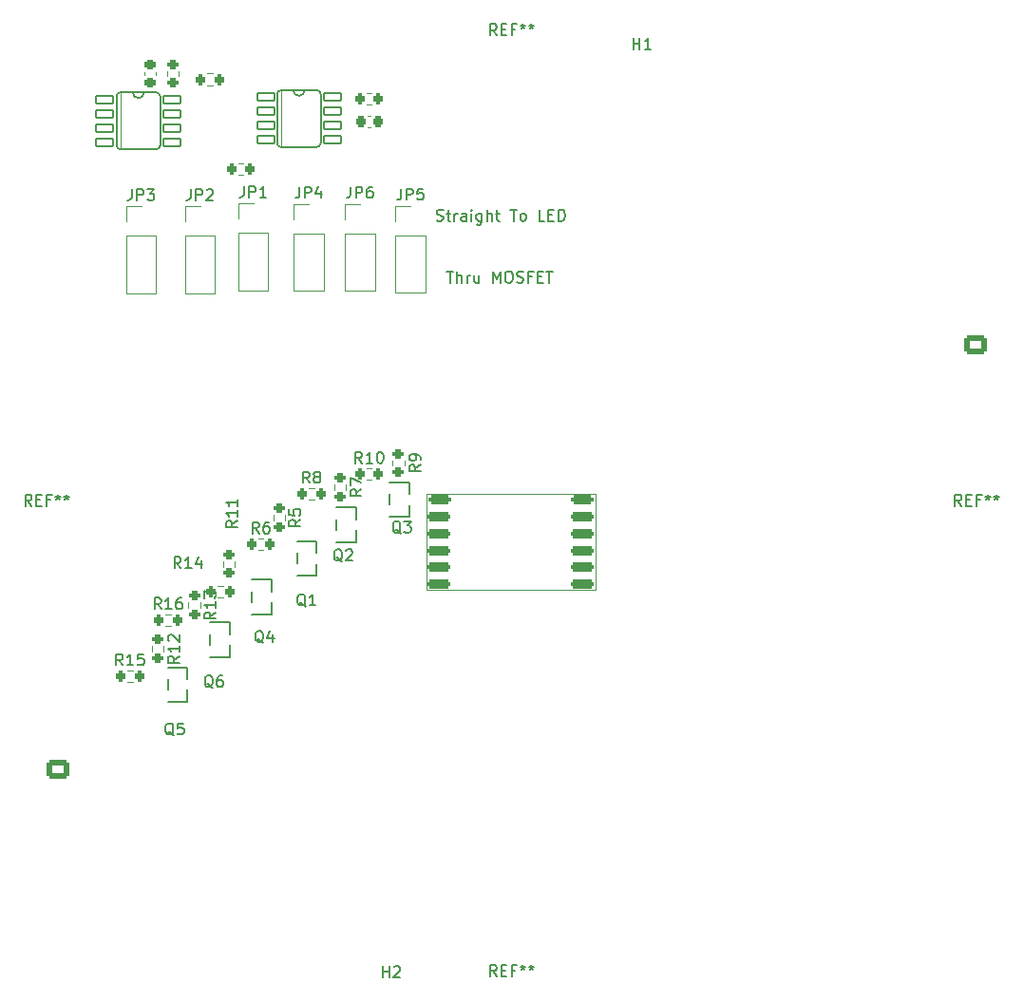
<source format=gbr>
%TF.GenerationSoftware,KiCad,Pcbnew,8.0.1-rc1*%
%TF.CreationDate,2024-03-31T01:12:23-05:00*%
%TF.ProjectId,dome_rgbwauv_pcb,646f6d65-5f72-4676-9277-6175765f7063,rev?*%
%TF.SameCoordinates,Original*%
%TF.FileFunction,Legend,Top*%
%TF.FilePolarity,Positive*%
%FSLAX46Y46*%
G04 Gerber Fmt 4.6, Leading zero omitted, Abs format (unit mm)*
G04 Created by KiCad (PCBNEW 8.0.1-rc1) date 2024-03-31 01:12:23*
%MOMM*%
%LPD*%
G01*
G04 APERTURE LIST*
G04 Aperture macros list*
%AMRoundRect*
0 Rectangle with rounded corners*
0 $1 Rounding radius*
0 $2 $3 $4 $5 $6 $7 $8 $9 X,Y pos of 4 corners*
0 Add a 4 corners polygon primitive as box body*
4,1,4,$2,$3,$4,$5,$6,$7,$8,$9,$2,$3,0*
0 Add four circle primitives for the rounded corners*
1,1,$1+$1,$2,$3*
1,1,$1+$1,$4,$5*
1,1,$1+$1,$6,$7*
1,1,$1+$1,$8,$9*
0 Add four rect primitives between the rounded corners*
20,1,$1+$1,$2,$3,$4,$5,0*
20,1,$1+$1,$4,$5,$6,$7,0*
20,1,$1+$1,$6,$7,$8,$9,0*
20,1,$1+$1,$8,$9,$2,$3,0*%
G04 Aperture macros list end*
%ADD10C,0.150000*%
%ADD11C,0.120000*%
%ADD12C,0.152400*%
%ADD13C,0.050800*%
%ADD14RoundRect,0.200000X-0.200000X-0.275000X0.200000X-0.275000X0.200000X0.275000X-0.200000X0.275000X0*%
%ADD15RoundRect,0.200000X-0.275000X0.200000X-0.275000X-0.200000X0.275000X-0.200000X0.275000X0.200000X0*%
%ADD16RoundRect,0.200000X-0.800000X-0.200000X0.800000X-0.200000X0.800000X0.200000X-0.800000X0.200000X0*%
%ADD17RoundRect,0.200000X-0.812500X-0.200000X0.812500X-0.200000X0.812500X0.200000X-0.812500X0.200000X0*%
%ADD18R,1.700000X1.700000*%
%ADD19O,1.700000X1.700000*%
%ADD20RoundRect,0.225000X0.250000X-0.225000X0.250000X0.225000X-0.250000X0.225000X-0.250000X-0.225000X0*%
%ADD21R,1.070000X0.600000*%
%ADD22RoundRect,0.102000X-0.762000X0.330200X-0.762000X-0.330200X0.762000X-0.330200X0.762000X0.330200X0*%
%ADD23C,3.200000*%
%ADD24RoundRect,0.200000X0.200000X0.275000X-0.200000X0.275000X-0.200000X-0.275000X0.200000X-0.275000X0*%
%ADD25C,2.200000*%
%ADD26RoundRect,0.225000X-0.225000X-0.250000X0.225000X-0.250000X0.225000X0.250000X-0.225000X0.250000X0*%
%ADD27RoundRect,0.250000X-0.725000X0.600000X-0.725000X-0.600000X0.725000X-0.600000X0.725000X0.600000X0*%
%ADD28O,1.950000X1.700000*%
%ADD29RoundRect,0.250000X0.725000X-0.600000X0.725000X0.600000X-0.725000X0.600000X-0.725000X-0.600000X0*%
G04 APERTURE END LIST*
D10*
X128443922Y-70369819D02*
X129015350Y-70369819D01*
X128729636Y-71369819D02*
X128729636Y-70369819D01*
X129348684Y-71369819D02*
X129348684Y-70369819D01*
X129777255Y-71369819D02*
X129777255Y-70846009D01*
X129777255Y-70846009D02*
X129729636Y-70750771D01*
X129729636Y-70750771D02*
X129634398Y-70703152D01*
X129634398Y-70703152D02*
X129491541Y-70703152D01*
X129491541Y-70703152D02*
X129396303Y-70750771D01*
X129396303Y-70750771D02*
X129348684Y-70798390D01*
X130253446Y-71369819D02*
X130253446Y-70703152D01*
X130253446Y-70893628D02*
X130301065Y-70798390D01*
X130301065Y-70798390D02*
X130348684Y-70750771D01*
X130348684Y-70750771D02*
X130443922Y-70703152D01*
X130443922Y-70703152D02*
X130539160Y-70703152D01*
X131301065Y-70703152D02*
X131301065Y-71369819D01*
X130872494Y-70703152D02*
X130872494Y-71226961D01*
X130872494Y-71226961D02*
X130920113Y-71322200D01*
X130920113Y-71322200D02*
X131015351Y-71369819D01*
X131015351Y-71369819D02*
X131158208Y-71369819D01*
X131158208Y-71369819D02*
X131253446Y-71322200D01*
X131253446Y-71322200D02*
X131301065Y-71274580D01*
X132539161Y-71369819D02*
X132539161Y-70369819D01*
X132539161Y-70369819D02*
X132872494Y-71084104D01*
X132872494Y-71084104D02*
X133205827Y-70369819D01*
X133205827Y-70369819D02*
X133205827Y-71369819D01*
X133872494Y-70369819D02*
X134062970Y-70369819D01*
X134062970Y-70369819D02*
X134158208Y-70417438D01*
X134158208Y-70417438D02*
X134253446Y-70512676D01*
X134253446Y-70512676D02*
X134301065Y-70703152D01*
X134301065Y-70703152D02*
X134301065Y-71036485D01*
X134301065Y-71036485D02*
X134253446Y-71226961D01*
X134253446Y-71226961D02*
X134158208Y-71322200D01*
X134158208Y-71322200D02*
X134062970Y-71369819D01*
X134062970Y-71369819D02*
X133872494Y-71369819D01*
X133872494Y-71369819D02*
X133777256Y-71322200D01*
X133777256Y-71322200D02*
X133682018Y-71226961D01*
X133682018Y-71226961D02*
X133634399Y-71036485D01*
X133634399Y-71036485D02*
X133634399Y-70703152D01*
X133634399Y-70703152D02*
X133682018Y-70512676D01*
X133682018Y-70512676D02*
X133777256Y-70417438D01*
X133777256Y-70417438D02*
X133872494Y-70369819D01*
X134682018Y-71322200D02*
X134824875Y-71369819D01*
X134824875Y-71369819D02*
X135062970Y-71369819D01*
X135062970Y-71369819D02*
X135158208Y-71322200D01*
X135158208Y-71322200D02*
X135205827Y-71274580D01*
X135205827Y-71274580D02*
X135253446Y-71179342D01*
X135253446Y-71179342D02*
X135253446Y-71084104D01*
X135253446Y-71084104D02*
X135205827Y-70988866D01*
X135205827Y-70988866D02*
X135158208Y-70941247D01*
X135158208Y-70941247D02*
X135062970Y-70893628D01*
X135062970Y-70893628D02*
X134872494Y-70846009D01*
X134872494Y-70846009D02*
X134777256Y-70798390D01*
X134777256Y-70798390D02*
X134729637Y-70750771D01*
X134729637Y-70750771D02*
X134682018Y-70655533D01*
X134682018Y-70655533D02*
X134682018Y-70560295D01*
X134682018Y-70560295D02*
X134729637Y-70465057D01*
X134729637Y-70465057D02*
X134777256Y-70417438D01*
X134777256Y-70417438D02*
X134872494Y-70369819D01*
X134872494Y-70369819D02*
X135110589Y-70369819D01*
X135110589Y-70369819D02*
X135253446Y-70417438D01*
X136015351Y-70846009D02*
X135682018Y-70846009D01*
X135682018Y-71369819D02*
X135682018Y-70369819D01*
X135682018Y-70369819D02*
X136158208Y-70369819D01*
X136539161Y-70846009D02*
X136872494Y-70846009D01*
X137015351Y-71369819D02*
X136539161Y-71369819D01*
X136539161Y-71369819D02*
X136539161Y-70369819D01*
X136539161Y-70369819D02*
X137015351Y-70369819D01*
X137301066Y-70369819D02*
X137872494Y-70369819D01*
X137586780Y-71369819D02*
X137586780Y-70369819D01*
X127539160Y-65822200D02*
X127682017Y-65869819D01*
X127682017Y-65869819D02*
X127920112Y-65869819D01*
X127920112Y-65869819D02*
X128015350Y-65822200D01*
X128015350Y-65822200D02*
X128062969Y-65774580D01*
X128062969Y-65774580D02*
X128110588Y-65679342D01*
X128110588Y-65679342D02*
X128110588Y-65584104D01*
X128110588Y-65584104D02*
X128062969Y-65488866D01*
X128062969Y-65488866D02*
X128015350Y-65441247D01*
X128015350Y-65441247D02*
X127920112Y-65393628D01*
X127920112Y-65393628D02*
X127729636Y-65346009D01*
X127729636Y-65346009D02*
X127634398Y-65298390D01*
X127634398Y-65298390D02*
X127586779Y-65250771D01*
X127586779Y-65250771D02*
X127539160Y-65155533D01*
X127539160Y-65155533D02*
X127539160Y-65060295D01*
X127539160Y-65060295D02*
X127586779Y-64965057D01*
X127586779Y-64965057D02*
X127634398Y-64917438D01*
X127634398Y-64917438D02*
X127729636Y-64869819D01*
X127729636Y-64869819D02*
X127967731Y-64869819D01*
X127967731Y-64869819D02*
X128110588Y-64917438D01*
X128396303Y-65203152D02*
X128777255Y-65203152D01*
X128539160Y-64869819D02*
X128539160Y-65726961D01*
X128539160Y-65726961D02*
X128586779Y-65822200D01*
X128586779Y-65822200D02*
X128682017Y-65869819D01*
X128682017Y-65869819D02*
X128777255Y-65869819D01*
X129110589Y-65869819D02*
X129110589Y-65203152D01*
X129110589Y-65393628D02*
X129158208Y-65298390D01*
X129158208Y-65298390D02*
X129205827Y-65250771D01*
X129205827Y-65250771D02*
X129301065Y-65203152D01*
X129301065Y-65203152D02*
X129396303Y-65203152D01*
X130158208Y-65869819D02*
X130158208Y-65346009D01*
X130158208Y-65346009D02*
X130110589Y-65250771D01*
X130110589Y-65250771D02*
X130015351Y-65203152D01*
X130015351Y-65203152D02*
X129824875Y-65203152D01*
X129824875Y-65203152D02*
X129729637Y-65250771D01*
X130158208Y-65822200D02*
X130062970Y-65869819D01*
X130062970Y-65869819D02*
X129824875Y-65869819D01*
X129824875Y-65869819D02*
X129729637Y-65822200D01*
X129729637Y-65822200D02*
X129682018Y-65726961D01*
X129682018Y-65726961D02*
X129682018Y-65631723D01*
X129682018Y-65631723D02*
X129729637Y-65536485D01*
X129729637Y-65536485D02*
X129824875Y-65488866D01*
X129824875Y-65488866D02*
X130062970Y-65488866D01*
X130062970Y-65488866D02*
X130158208Y-65441247D01*
X130634399Y-65869819D02*
X130634399Y-65203152D01*
X130634399Y-64869819D02*
X130586780Y-64917438D01*
X130586780Y-64917438D02*
X130634399Y-64965057D01*
X130634399Y-64965057D02*
X130682018Y-64917438D01*
X130682018Y-64917438D02*
X130634399Y-64869819D01*
X130634399Y-64869819D02*
X130634399Y-64965057D01*
X131539160Y-65203152D02*
X131539160Y-66012676D01*
X131539160Y-66012676D02*
X131491541Y-66107914D01*
X131491541Y-66107914D02*
X131443922Y-66155533D01*
X131443922Y-66155533D02*
X131348684Y-66203152D01*
X131348684Y-66203152D02*
X131205827Y-66203152D01*
X131205827Y-66203152D02*
X131110589Y-66155533D01*
X131539160Y-65822200D02*
X131443922Y-65869819D01*
X131443922Y-65869819D02*
X131253446Y-65869819D01*
X131253446Y-65869819D02*
X131158208Y-65822200D01*
X131158208Y-65822200D02*
X131110589Y-65774580D01*
X131110589Y-65774580D02*
X131062970Y-65679342D01*
X131062970Y-65679342D02*
X131062970Y-65393628D01*
X131062970Y-65393628D02*
X131110589Y-65298390D01*
X131110589Y-65298390D02*
X131158208Y-65250771D01*
X131158208Y-65250771D02*
X131253446Y-65203152D01*
X131253446Y-65203152D02*
X131443922Y-65203152D01*
X131443922Y-65203152D02*
X131539160Y-65250771D01*
X132015351Y-65869819D02*
X132015351Y-64869819D01*
X132443922Y-65869819D02*
X132443922Y-65346009D01*
X132443922Y-65346009D02*
X132396303Y-65250771D01*
X132396303Y-65250771D02*
X132301065Y-65203152D01*
X132301065Y-65203152D02*
X132158208Y-65203152D01*
X132158208Y-65203152D02*
X132062970Y-65250771D01*
X132062970Y-65250771D02*
X132015351Y-65298390D01*
X132777256Y-65203152D02*
X133158208Y-65203152D01*
X132920113Y-64869819D02*
X132920113Y-65726961D01*
X132920113Y-65726961D02*
X132967732Y-65822200D01*
X132967732Y-65822200D02*
X133062970Y-65869819D01*
X133062970Y-65869819D02*
X133158208Y-65869819D01*
X134110590Y-64869819D02*
X134682018Y-64869819D01*
X134396304Y-65869819D02*
X134396304Y-64869819D01*
X135158209Y-65869819D02*
X135062971Y-65822200D01*
X135062971Y-65822200D02*
X135015352Y-65774580D01*
X135015352Y-65774580D02*
X134967733Y-65679342D01*
X134967733Y-65679342D02*
X134967733Y-65393628D01*
X134967733Y-65393628D02*
X135015352Y-65298390D01*
X135015352Y-65298390D02*
X135062971Y-65250771D01*
X135062971Y-65250771D02*
X135158209Y-65203152D01*
X135158209Y-65203152D02*
X135301066Y-65203152D01*
X135301066Y-65203152D02*
X135396304Y-65250771D01*
X135396304Y-65250771D02*
X135443923Y-65298390D01*
X135443923Y-65298390D02*
X135491542Y-65393628D01*
X135491542Y-65393628D02*
X135491542Y-65679342D01*
X135491542Y-65679342D02*
X135443923Y-65774580D01*
X135443923Y-65774580D02*
X135396304Y-65822200D01*
X135396304Y-65822200D02*
X135301066Y-65869819D01*
X135301066Y-65869819D02*
X135158209Y-65869819D01*
X137158209Y-65869819D02*
X136682019Y-65869819D01*
X136682019Y-65869819D02*
X136682019Y-64869819D01*
X137491543Y-65346009D02*
X137824876Y-65346009D01*
X137967733Y-65869819D02*
X137491543Y-65869819D01*
X137491543Y-65869819D02*
X137491543Y-64869819D01*
X137491543Y-64869819D02*
X137967733Y-64869819D01*
X138396305Y-65869819D02*
X138396305Y-64869819D01*
X138396305Y-64869819D02*
X138634400Y-64869819D01*
X138634400Y-64869819D02*
X138777257Y-64917438D01*
X138777257Y-64917438D02*
X138872495Y-65012676D01*
X138872495Y-65012676D02*
X138920114Y-65107914D01*
X138920114Y-65107914D02*
X138967733Y-65298390D01*
X138967733Y-65298390D02*
X138967733Y-65441247D01*
X138967733Y-65441247D02*
X138920114Y-65631723D01*
X138920114Y-65631723D02*
X138872495Y-65726961D01*
X138872495Y-65726961D02*
X138777257Y-65822200D01*
X138777257Y-65822200D02*
X138634400Y-65869819D01*
X138634400Y-65869819D02*
X138396305Y-65869819D01*
X99545186Y-105473478D02*
X99211853Y-104997287D01*
X98973758Y-105473478D02*
X98973758Y-104473478D01*
X98973758Y-104473478D02*
X99354710Y-104473478D01*
X99354710Y-104473478D02*
X99449948Y-104521097D01*
X99449948Y-104521097D02*
X99497567Y-104568716D01*
X99497567Y-104568716D02*
X99545186Y-104663954D01*
X99545186Y-104663954D02*
X99545186Y-104806811D01*
X99545186Y-104806811D02*
X99497567Y-104902049D01*
X99497567Y-104902049D02*
X99449948Y-104949668D01*
X99449948Y-104949668D02*
X99354710Y-104997287D01*
X99354710Y-104997287D02*
X98973758Y-104997287D01*
X100497567Y-105473478D02*
X99926139Y-105473478D01*
X100211853Y-105473478D02*
X100211853Y-104473478D01*
X100211853Y-104473478D02*
X100116615Y-104616335D01*
X100116615Y-104616335D02*
X100021377Y-104711573D01*
X100021377Y-104711573D02*
X99926139Y-104759192D01*
X101402329Y-104473478D02*
X100926139Y-104473478D01*
X100926139Y-104473478D02*
X100878520Y-104949668D01*
X100878520Y-104949668D02*
X100926139Y-104902049D01*
X100926139Y-104902049D02*
X101021377Y-104854430D01*
X101021377Y-104854430D02*
X101259472Y-104854430D01*
X101259472Y-104854430D02*
X101354710Y-104902049D01*
X101354710Y-104902049D02*
X101402329Y-104949668D01*
X101402329Y-104949668D02*
X101449948Y-105044906D01*
X101449948Y-105044906D02*
X101449948Y-105283001D01*
X101449948Y-105283001D02*
X101402329Y-105378239D01*
X101402329Y-105378239D02*
X101354710Y-105425859D01*
X101354710Y-105425859D02*
X101259472Y-105473478D01*
X101259472Y-105473478D02*
X101021377Y-105473478D01*
X101021377Y-105473478D02*
X100926139Y-105425859D01*
X100926139Y-105425859D02*
X100878520Y-105378239D01*
X120822863Y-89790325D02*
X120346672Y-90123658D01*
X120822863Y-90361753D02*
X119822863Y-90361753D01*
X119822863Y-90361753D02*
X119822863Y-89980801D01*
X119822863Y-89980801D02*
X119870482Y-89885563D01*
X119870482Y-89885563D02*
X119918101Y-89837944D01*
X119918101Y-89837944D02*
X120013339Y-89790325D01*
X120013339Y-89790325D02*
X120156196Y-89790325D01*
X120156196Y-89790325D02*
X120251434Y-89837944D01*
X120251434Y-89837944D02*
X120299053Y-89885563D01*
X120299053Y-89885563D02*
X120346672Y-89980801D01*
X120346672Y-89980801D02*
X120346672Y-90361753D01*
X119822863Y-89456991D02*
X119822863Y-88790325D01*
X119822863Y-88790325D02*
X120822863Y-89218896D01*
X115384819Y-92491666D02*
X114908628Y-92824999D01*
X115384819Y-93063094D02*
X114384819Y-93063094D01*
X114384819Y-93063094D02*
X114384819Y-92682142D01*
X114384819Y-92682142D02*
X114432438Y-92586904D01*
X114432438Y-92586904D02*
X114480057Y-92539285D01*
X114480057Y-92539285D02*
X114575295Y-92491666D01*
X114575295Y-92491666D02*
X114718152Y-92491666D01*
X114718152Y-92491666D02*
X114813390Y-92539285D01*
X114813390Y-92539285D02*
X114861009Y-92586904D01*
X114861009Y-92586904D02*
X114908628Y-92682142D01*
X114908628Y-92682142D02*
X114908628Y-93063094D01*
X114384819Y-91586904D02*
X114384819Y-92063094D01*
X114384819Y-92063094D02*
X114861009Y-92110713D01*
X114861009Y-92110713D02*
X114813390Y-92063094D01*
X114813390Y-92063094D02*
X114765771Y-91967856D01*
X114765771Y-91967856D02*
X114765771Y-91729761D01*
X114765771Y-91729761D02*
X114813390Y-91634523D01*
X114813390Y-91634523D02*
X114861009Y-91586904D01*
X114861009Y-91586904D02*
X114956247Y-91539285D01*
X114956247Y-91539285D02*
X115194342Y-91539285D01*
X115194342Y-91539285D02*
X115289580Y-91586904D01*
X115289580Y-91586904D02*
X115337200Y-91634523D01*
X115337200Y-91634523D02*
X115384819Y-91729761D01*
X115384819Y-91729761D02*
X115384819Y-91967856D01*
X115384819Y-91967856D02*
X115337200Y-92063094D01*
X115337200Y-92063094D02*
X115289580Y-92110713D01*
X110354710Y-62783478D02*
X110354710Y-63497763D01*
X110354710Y-63497763D02*
X110307091Y-63640620D01*
X110307091Y-63640620D02*
X110211853Y-63735859D01*
X110211853Y-63735859D02*
X110068996Y-63783478D01*
X110068996Y-63783478D02*
X109973758Y-63783478D01*
X110830901Y-63783478D02*
X110830901Y-62783478D01*
X110830901Y-62783478D02*
X111211853Y-62783478D01*
X111211853Y-62783478D02*
X111307091Y-62831097D01*
X111307091Y-62831097D02*
X111354710Y-62878716D01*
X111354710Y-62878716D02*
X111402329Y-62973954D01*
X111402329Y-62973954D02*
X111402329Y-63116811D01*
X111402329Y-63116811D02*
X111354710Y-63212049D01*
X111354710Y-63212049D02*
X111307091Y-63259668D01*
X111307091Y-63259668D02*
X111211853Y-63307287D01*
X111211853Y-63307287D02*
X110830901Y-63307287D01*
X112354710Y-63783478D02*
X111783282Y-63783478D01*
X112068996Y-63783478D02*
X112068996Y-62783478D01*
X112068996Y-62783478D02*
X111973758Y-62926335D01*
X111973758Y-62926335D02*
X111878520Y-63021573D01*
X111878520Y-63021573D02*
X111783282Y-63069192D01*
X107822863Y-100766516D02*
X107346672Y-101099849D01*
X107822863Y-101337944D02*
X106822863Y-101337944D01*
X106822863Y-101337944D02*
X106822863Y-100956992D01*
X106822863Y-100956992D02*
X106870482Y-100861754D01*
X106870482Y-100861754D02*
X106918101Y-100814135D01*
X106918101Y-100814135D02*
X107013339Y-100766516D01*
X107013339Y-100766516D02*
X107156196Y-100766516D01*
X107156196Y-100766516D02*
X107251434Y-100814135D01*
X107251434Y-100814135D02*
X107299053Y-100861754D01*
X107299053Y-100861754D02*
X107346672Y-100956992D01*
X107346672Y-100956992D02*
X107346672Y-101337944D01*
X107822863Y-99814135D02*
X107822863Y-100385563D01*
X107822863Y-100099849D02*
X106822863Y-100099849D01*
X106822863Y-100099849D02*
X106965720Y-100195087D01*
X106965720Y-100195087D02*
X107060958Y-100290325D01*
X107060958Y-100290325D02*
X107108577Y-100385563D01*
X106822863Y-99480801D02*
X106822863Y-98861754D01*
X106822863Y-98861754D02*
X107203815Y-99195087D01*
X107203815Y-99195087D02*
X107203815Y-99052230D01*
X107203815Y-99052230D02*
X107251434Y-98956992D01*
X107251434Y-98956992D02*
X107299053Y-98909373D01*
X107299053Y-98909373D02*
X107394291Y-98861754D01*
X107394291Y-98861754D02*
X107632386Y-98861754D01*
X107632386Y-98861754D02*
X107727624Y-98909373D01*
X107727624Y-98909373D02*
X107775244Y-98956992D01*
X107775244Y-98956992D02*
X107822863Y-99052230D01*
X107822863Y-99052230D02*
X107822863Y-99337944D01*
X107822863Y-99337944D02*
X107775244Y-99433182D01*
X107775244Y-99433182D02*
X107727624Y-99480801D01*
X105604710Y-63048478D02*
X105604710Y-63762763D01*
X105604710Y-63762763D02*
X105557091Y-63905620D01*
X105557091Y-63905620D02*
X105461853Y-64000859D01*
X105461853Y-64000859D02*
X105318996Y-64048478D01*
X105318996Y-64048478D02*
X105223758Y-64048478D01*
X106080901Y-64048478D02*
X106080901Y-63048478D01*
X106080901Y-63048478D02*
X106461853Y-63048478D01*
X106461853Y-63048478D02*
X106557091Y-63096097D01*
X106557091Y-63096097D02*
X106604710Y-63143716D01*
X106604710Y-63143716D02*
X106652329Y-63238954D01*
X106652329Y-63238954D02*
X106652329Y-63381811D01*
X106652329Y-63381811D02*
X106604710Y-63477049D01*
X106604710Y-63477049D02*
X106557091Y-63524668D01*
X106557091Y-63524668D02*
X106461853Y-63572287D01*
X106461853Y-63572287D02*
X106080901Y-63572287D01*
X107033282Y-63143716D02*
X107080901Y-63096097D01*
X107080901Y-63096097D02*
X107176139Y-63048478D01*
X107176139Y-63048478D02*
X107414234Y-63048478D01*
X107414234Y-63048478D02*
X107509472Y-63096097D01*
X107509472Y-63096097D02*
X107557091Y-63143716D01*
X107557091Y-63143716D02*
X107604710Y-63238954D01*
X107604710Y-63238954D02*
X107604710Y-63334192D01*
X107604710Y-63334192D02*
X107557091Y-63477049D01*
X107557091Y-63477049D02*
X106985663Y-64048478D01*
X106985663Y-64048478D02*
X107604710Y-64048478D01*
X115842805Y-100248716D02*
X115747567Y-100201097D01*
X115747567Y-100201097D02*
X115652329Y-100105859D01*
X115652329Y-100105859D02*
X115509472Y-99963001D01*
X115509472Y-99963001D02*
X115414234Y-99915382D01*
X115414234Y-99915382D02*
X115318996Y-99915382D01*
X115366615Y-100153478D02*
X115271377Y-100105859D01*
X115271377Y-100105859D02*
X115176139Y-100010620D01*
X115176139Y-100010620D02*
X115128520Y-99820144D01*
X115128520Y-99820144D02*
X115128520Y-99486811D01*
X115128520Y-99486811D02*
X115176139Y-99296335D01*
X115176139Y-99296335D02*
X115271377Y-99201097D01*
X115271377Y-99201097D02*
X115366615Y-99153478D01*
X115366615Y-99153478D02*
X115557091Y-99153478D01*
X115557091Y-99153478D02*
X115652329Y-99201097D01*
X115652329Y-99201097D02*
X115747567Y-99296335D01*
X115747567Y-99296335D02*
X115795186Y-99486811D01*
X115795186Y-99486811D02*
X115795186Y-99820144D01*
X115795186Y-99820144D02*
X115747567Y-100010620D01*
X115747567Y-100010620D02*
X115652329Y-100105859D01*
X115652329Y-100105859D02*
X115557091Y-100153478D01*
X115557091Y-100153478D02*
X115366615Y-100153478D01*
X116747567Y-100153478D02*
X116176139Y-100153478D01*
X116461853Y-100153478D02*
X116461853Y-99153478D01*
X116461853Y-99153478D02*
X116366615Y-99296335D01*
X116366615Y-99296335D02*
X116271377Y-99391573D01*
X116271377Y-99391573D02*
X116176139Y-99439192D01*
X119112805Y-96248716D02*
X119017567Y-96201097D01*
X119017567Y-96201097D02*
X118922329Y-96105859D01*
X118922329Y-96105859D02*
X118779472Y-95963001D01*
X118779472Y-95963001D02*
X118684234Y-95915382D01*
X118684234Y-95915382D02*
X118588996Y-95915382D01*
X118636615Y-96153478D02*
X118541377Y-96105859D01*
X118541377Y-96105859D02*
X118446139Y-96010620D01*
X118446139Y-96010620D02*
X118398520Y-95820144D01*
X118398520Y-95820144D02*
X118398520Y-95486811D01*
X118398520Y-95486811D02*
X118446139Y-95296335D01*
X118446139Y-95296335D02*
X118541377Y-95201097D01*
X118541377Y-95201097D02*
X118636615Y-95153478D01*
X118636615Y-95153478D02*
X118827091Y-95153478D01*
X118827091Y-95153478D02*
X118922329Y-95201097D01*
X118922329Y-95201097D02*
X119017567Y-95296335D01*
X119017567Y-95296335D02*
X119065186Y-95486811D01*
X119065186Y-95486811D02*
X119065186Y-95820144D01*
X119065186Y-95820144D02*
X119017567Y-96010620D01*
X119017567Y-96010620D02*
X118922329Y-96105859D01*
X118922329Y-96105859D02*
X118827091Y-96153478D01*
X118827091Y-96153478D02*
X118636615Y-96153478D01*
X119446139Y-95248716D02*
X119493758Y-95201097D01*
X119493758Y-95201097D02*
X119588996Y-95153478D01*
X119588996Y-95153478D02*
X119827091Y-95153478D01*
X119827091Y-95153478D02*
X119922329Y-95201097D01*
X119922329Y-95201097D02*
X119969948Y-95248716D01*
X119969948Y-95248716D02*
X120017567Y-95343954D01*
X120017567Y-95343954D02*
X120017567Y-95439192D01*
X120017567Y-95439192D02*
X119969948Y-95582049D01*
X119969948Y-95582049D02*
X119398520Y-96153478D01*
X119398520Y-96153478D02*
X120017567Y-96153478D01*
X102970186Y-100473478D02*
X102636853Y-99997287D01*
X102398758Y-100473478D02*
X102398758Y-99473478D01*
X102398758Y-99473478D02*
X102779710Y-99473478D01*
X102779710Y-99473478D02*
X102874948Y-99521097D01*
X102874948Y-99521097D02*
X102922567Y-99568716D01*
X102922567Y-99568716D02*
X102970186Y-99663954D01*
X102970186Y-99663954D02*
X102970186Y-99806811D01*
X102970186Y-99806811D02*
X102922567Y-99902049D01*
X102922567Y-99902049D02*
X102874948Y-99949668D01*
X102874948Y-99949668D02*
X102779710Y-99997287D01*
X102779710Y-99997287D02*
X102398758Y-99997287D01*
X103922567Y-100473478D02*
X103351139Y-100473478D01*
X103636853Y-100473478D02*
X103636853Y-99473478D01*
X103636853Y-99473478D02*
X103541615Y-99616335D01*
X103541615Y-99616335D02*
X103446377Y-99711573D01*
X103446377Y-99711573D02*
X103351139Y-99759192D01*
X104779710Y-99473478D02*
X104589234Y-99473478D01*
X104589234Y-99473478D02*
X104493996Y-99521097D01*
X104493996Y-99521097D02*
X104446377Y-99568716D01*
X104446377Y-99568716D02*
X104351139Y-99711573D01*
X104351139Y-99711573D02*
X104303520Y-99902049D01*
X104303520Y-99902049D02*
X104303520Y-100283001D01*
X104303520Y-100283001D02*
X104351139Y-100378239D01*
X104351139Y-100378239D02*
X104398758Y-100425859D01*
X104398758Y-100425859D02*
X104493996Y-100473478D01*
X104493996Y-100473478D02*
X104684472Y-100473478D01*
X104684472Y-100473478D02*
X104779710Y-100425859D01*
X104779710Y-100425859D02*
X104827329Y-100378239D01*
X104827329Y-100378239D02*
X104874948Y-100283001D01*
X104874948Y-100283001D02*
X104874948Y-100044906D01*
X104874948Y-100044906D02*
X104827329Y-99949668D01*
X104827329Y-99949668D02*
X104779710Y-99902049D01*
X104779710Y-99902049D02*
X104684472Y-99854430D01*
X104684472Y-99854430D02*
X104493996Y-99854430D01*
X104493996Y-99854430D02*
X104398758Y-99902049D01*
X104398758Y-99902049D02*
X104351139Y-99949668D01*
X104351139Y-99949668D02*
X104303520Y-100044906D01*
X104092805Y-111748716D02*
X103997567Y-111701097D01*
X103997567Y-111701097D02*
X103902329Y-111605859D01*
X103902329Y-111605859D02*
X103759472Y-111463001D01*
X103759472Y-111463001D02*
X103664234Y-111415382D01*
X103664234Y-111415382D02*
X103568996Y-111415382D01*
X103616615Y-111653478D02*
X103521377Y-111605859D01*
X103521377Y-111605859D02*
X103426139Y-111510620D01*
X103426139Y-111510620D02*
X103378520Y-111320144D01*
X103378520Y-111320144D02*
X103378520Y-110986811D01*
X103378520Y-110986811D02*
X103426139Y-110796335D01*
X103426139Y-110796335D02*
X103521377Y-110701097D01*
X103521377Y-110701097D02*
X103616615Y-110653478D01*
X103616615Y-110653478D02*
X103807091Y-110653478D01*
X103807091Y-110653478D02*
X103902329Y-110701097D01*
X103902329Y-110701097D02*
X103997567Y-110796335D01*
X103997567Y-110796335D02*
X104045186Y-110986811D01*
X104045186Y-110986811D02*
X104045186Y-111320144D01*
X104045186Y-111320144D02*
X103997567Y-111510620D01*
X103997567Y-111510620D02*
X103902329Y-111605859D01*
X103902329Y-111605859D02*
X103807091Y-111653478D01*
X103807091Y-111653478D02*
X103616615Y-111653478D01*
X104949948Y-110653478D02*
X104473758Y-110653478D01*
X104473758Y-110653478D02*
X104426139Y-111129668D01*
X104426139Y-111129668D02*
X104473758Y-111082049D01*
X104473758Y-111082049D02*
X104568996Y-111034430D01*
X104568996Y-111034430D02*
X104807091Y-111034430D01*
X104807091Y-111034430D02*
X104902329Y-111082049D01*
X104902329Y-111082049D02*
X104949948Y-111129668D01*
X104949948Y-111129668D02*
X104997567Y-111224906D01*
X104997567Y-111224906D02*
X104997567Y-111463001D01*
X104997567Y-111463001D02*
X104949948Y-111558239D01*
X104949948Y-111558239D02*
X104902329Y-111605859D01*
X104902329Y-111605859D02*
X104807091Y-111653478D01*
X104807091Y-111653478D02*
X104568996Y-111653478D01*
X104568996Y-111653478D02*
X104473758Y-111605859D01*
X104473758Y-111605859D02*
X104426139Y-111558239D01*
X132869810Y-49328478D02*
X132536477Y-48852287D01*
X132298382Y-49328478D02*
X132298382Y-48328478D01*
X132298382Y-48328478D02*
X132679334Y-48328478D01*
X132679334Y-48328478D02*
X132774572Y-48376097D01*
X132774572Y-48376097D02*
X132822191Y-48423716D01*
X132822191Y-48423716D02*
X132869810Y-48518954D01*
X132869810Y-48518954D02*
X132869810Y-48661811D01*
X132869810Y-48661811D02*
X132822191Y-48757049D01*
X132822191Y-48757049D02*
X132774572Y-48804668D01*
X132774572Y-48804668D02*
X132679334Y-48852287D01*
X132679334Y-48852287D02*
X132298382Y-48852287D01*
X133298382Y-48804668D02*
X133631715Y-48804668D01*
X133774572Y-49328478D02*
X133298382Y-49328478D01*
X133298382Y-49328478D02*
X133298382Y-48328478D01*
X133298382Y-48328478D02*
X133774572Y-48328478D01*
X134536477Y-48804668D02*
X134203144Y-48804668D01*
X134203144Y-49328478D02*
X134203144Y-48328478D01*
X134203144Y-48328478D02*
X134679334Y-48328478D01*
X135203144Y-48328478D02*
X135203144Y-48566573D01*
X134965049Y-48471335D02*
X135203144Y-48566573D01*
X135203144Y-48566573D02*
X135441239Y-48471335D01*
X135060287Y-48757049D02*
X135203144Y-48566573D01*
X135203144Y-48566573D02*
X135346001Y-48757049D01*
X135965049Y-48328478D02*
X135965049Y-48566573D01*
X135726954Y-48471335D02*
X135965049Y-48566573D01*
X135965049Y-48566573D02*
X136203144Y-48471335D01*
X135822192Y-48757049D02*
X135965049Y-48566573D01*
X135965049Y-48566573D02*
X136107906Y-48757049D01*
X124354710Y-62993478D02*
X124354710Y-63707763D01*
X124354710Y-63707763D02*
X124307091Y-63850620D01*
X124307091Y-63850620D02*
X124211853Y-63945859D01*
X124211853Y-63945859D02*
X124068996Y-63993478D01*
X124068996Y-63993478D02*
X123973758Y-63993478D01*
X124830901Y-63993478D02*
X124830901Y-62993478D01*
X124830901Y-62993478D02*
X125211853Y-62993478D01*
X125211853Y-62993478D02*
X125307091Y-63041097D01*
X125307091Y-63041097D02*
X125354710Y-63088716D01*
X125354710Y-63088716D02*
X125402329Y-63183954D01*
X125402329Y-63183954D02*
X125402329Y-63326811D01*
X125402329Y-63326811D02*
X125354710Y-63422049D01*
X125354710Y-63422049D02*
X125307091Y-63469668D01*
X125307091Y-63469668D02*
X125211853Y-63517287D01*
X125211853Y-63517287D02*
X124830901Y-63517287D01*
X126307091Y-62993478D02*
X125830901Y-62993478D01*
X125830901Y-62993478D02*
X125783282Y-63469668D01*
X125783282Y-63469668D02*
X125830901Y-63422049D01*
X125830901Y-63422049D02*
X125926139Y-63374430D01*
X125926139Y-63374430D02*
X126164234Y-63374430D01*
X126164234Y-63374430D02*
X126259472Y-63422049D01*
X126259472Y-63422049D02*
X126307091Y-63469668D01*
X126307091Y-63469668D02*
X126354710Y-63564906D01*
X126354710Y-63564906D02*
X126354710Y-63803001D01*
X126354710Y-63803001D02*
X126307091Y-63898239D01*
X126307091Y-63898239D02*
X126259472Y-63945859D01*
X126259472Y-63945859D02*
X126164234Y-63993478D01*
X126164234Y-63993478D02*
X125926139Y-63993478D01*
X125926139Y-63993478D02*
X125830901Y-63945859D01*
X125830901Y-63945859D02*
X125783282Y-63898239D01*
X174309910Y-91276578D02*
X173976577Y-90800387D01*
X173738482Y-91276578D02*
X173738482Y-90276578D01*
X173738482Y-90276578D02*
X174119434Y-90276578D01*
X174119434Y-90276578D02*
X174214672Y-90324197D01*
X174214672Y-90324197D02*
X174262291Y-90371816D01*
X174262291Y-90371816D02*
X174309910Y-90467054D01*
X174309910Y-90467054D02*
X174309910Y-90609911D01*
X174309910Y-90609911D02*
X174262291Y-90705149D01*
X174262291Y-90705149D02*
X174214672Y-90752768D01*
X174214672Y-90752768D02*
X174119434Y-90800387D01*
X174119434Y-90800387D02*
X173738482Y-90800387D01*
X174738482Y-90752768D02*
X175071815Y-90752768D01*
X175214672Y-91276578D02*
X174738482Y-91276578D01*
X174738482Y-91276578D02*
X174738482Y-90276578D01*
X174738482Y-90276578D02*
X175214672Y-90276578D01*
X175976577Y-90752768D02*
X175643244Y-90752768D01*
X175643244Y-91276578D02*
X175643244Y-90276578D01*
X175643244Y-90276578D02*
X176119434Y-90276578D01*
X176643244Y-90276578D02*
X176643244Y-90514673D01*
X176405149Y-90419435D02*
X176643244Y-90514673D01*
X176643244Y-90514673D02*
X176881339Y-90419435D01*
X176500387Y-90705149D02*
X176643244Y-90514673D01*
X176643244Y-90514673D02*
X176786101Y-90705149D01*
X177405149Y-90276578D02*
X177405149Y-90514673D01*
X177167054Y-90419435D02*
X177405149Y-90514673D01*
X177405149Y-90514673D02*
X177643244Y-90419435D01*
X177262292Y-90705149D02*
X177405149Y-90514673D01*
X177405149Y-90514673D02*
X177548006Y-90705149D01*
X100354710Y-63048478D02*
X100354710Y-63762763D01*
X100354710Y-63762763D02*
X100307091Y-63905620D01*
X100307091Y-63905620D02*
X100211853Y-64000859D01*
X100211853Y-64000859D02*
X100068996Y-64048478D01*
X100068996Y-64048478D02*
X99973758Y-64048478D01*
X100830901Y-64048478D02*
X100830901Y-63048478D01*
X100830901Y-63048478D02*
X101211853Y-63048478D01*
X101211853Y-63048478D02*
X101307091Y-63096097D01*
X101307091Y-63096097D02*
X101354710Y-63143716D01*
X101354710Y-63143716D02*
X101402329Y-63238954D01*
X101402329Y-63238954D02*
X101402329Y-63381811D01*
X101402329Y-63381811D02*
X101354710Y-63477049D01*
X101354710Y-63477049D02*
X101307091Y-63524668D01*
X101307091Y-63524668D02*
X101211853Y-63572287D01*
X101211853Y-63572287D02*
X100830901Y-63572287D01*
X101735663Y-63048478D02*
X102354710Y-63048478D01*
X102354710Y-63048478D02*
X102021377Y-63429430D01*
X102021377Y-63429430D02*
X102164234Y-63429430D01*
X102164234Y-63429430D02*
X102259472Y-63477049D01*
X102259472Y-63477049D02*
X102307091Y-63524668D01*
X102307091Y-63524668D02*
X102354710Y-63619906D01*
X102354710Y-63619906D02*
X102354710Y-63858001D01*
X102354710Y-63858001D02*
X102307091Y-63953239D01*
X102307091Y-63953239D02*
X102259472Y-64000859D01*
X102259472Y-64000859D02*
X102164234Y-64048478D01*
X102164234Y-64048478D02*
X101878520Y-64048478D01*
X101878520Y-64048478D02*
X101783282Y-64000859D01*
X101783282Y-64000859D02*
X101735663Y-63953239D01*
X116196377Y-89223478D02*
X115863044Y-88747287D01*
X115624949Y-89223478D02*
X115624949Y-88223478D01*
X115624949Y-88223478D02*
X116005901Y-88223478D01*
X116005901Y-88223478D02*
X116101139Y-88271097D01*
X116101139Y-88271097D02*
X116148758Y-88318716D01*
X116148758Y-88318716D02*
X116196377Y-88413954D01*
X116196377Y-88413954D02*
X116196377Y-88556811D01*
X116196377Y-88556811D02*
X116148758Y-88652049D01*
X116148758Y-88652049D02*
X116101139Y-88699668D01*
X116101139Y-88699668D02*
X116005901Y-88747287D01*
X116005901Y-88747287D02*
X115624949Y-88747287D01*
X116767806Y-88652049D02*
X116672568Y-88604430D01*
X116672568Y-88604430D02*
X116624949Y-88556811D01*
X116624949Y-88556811D02*
X116577330Y-88461573D01*
X116577330Y-88461573D02*
X116577330Y-88413954D01*
X116577330Y-88413954D02*
X116624949Y-88318716D01*
X116624949Y-88318716D02*
X116672568Y-88271097D01*
X116672568Y-88271097D02*
X116767806Y-88223478D01*
X116767806Y-88223478D02*
X116958282Y-88223478D01*
X116958282Y-88223478D02*
X117053520Y-88271097D01*
X117053520Y-88271097D02*
X117101139Y-88318716D01*
X117101139Y-88318716D02*
X117148758Y-88413954D01*
X117148758Y-88413954D02*
X117148758Y-88461573D01*
X117148758Y-88461573D02*
X117101139Y-88556811D01*
X117101139Y-88556811D02*
X117053520Y-88604430D01*
X117053520Y-88604430D02*
X116958282Y-88652049D01*
X116958282Y-88652049D02*
X116767806Y-88652049D01*
X116767806Y-88652049D02*
X116672568Y-88699668D01*
X116672568Y-88699668D02*
X116624949Y-88747287D01*
X116624949Y-88747287D02*
X116577330Y-88842525D01*
X116577330Y-88842525D02*
X116577330Y-89033001D01*
X116577330Y-89033001D02*
X116624949Y-89128239D01*
X116624949Y-89128239D02*
X116672568Y-89175859D01*
X116672568Y-89175859D02*
X116767806Y-89223478D01*
X116767806Y-89223478D02*
X116958282Y-89223478D01*
X116958282Y-89223478D02*
X117053520Y-89175859D01*
X117053520Y-89175859D02*
X117101139Y-89128239D01*
X117101139Y-89128239D02*
X117148758Y-89033001D01*
X117148758Y-89033001D02*
X117148758Y-88842525D01*
X117148758Y-88842525D02*
X117101139Y-88747287D01*
X117101139Y-88747287D02*
X117053520Y-88699668D01*
X117053520Y-88699668D02*
X116958282Y-88652049D01*
X91429710Y-91276578D02*
X91096377Y-90800387D01*
X90858282Y-91276578D02*
X90858282Y-90276578D01*
X90858282Y-90276578D02*
X91239234Y-90276578D01*
X91239234Y-90276578D02*
X91334472Y-90324197D01*
X91334472Y-90324197D02*
X91382091Y-90371816D01*
X91382091Y-90371816D02*
X91429710Y-90467054D01*
X91429710Y-90467054D02*
X91429710Y-90609911D01*
X91429710Y-90609911D02*
X91382091Y-90705149D01*
X91382091Y-90705149D02*
X91334472Y-90752768D01*
X91334472Y-90752768D02*
X91239234Y-90800387D01*
X91239234Y-90800387D02*
X90858282Y-90800387D01*
X91858282Y-90752768D02*
X92191615Y-90752768D01*
X92334472Y-91276578D02*
X91858282Y-91276578D01*
X91858282Y-91276578D02*
X91858282Y-90276578D01*
X91858282Y-90276578D02*
X92334472Y-90276578D01*
X93096377Y-90752768D02*
X92763044Y-90752768D01*
X92763044Y-91276578D02*
X92763044Y-90276578D01*
X92763044Y-90276578D02*
X93239234Y-90276578D01*
X93763044Y-90276578D02*
X93763044Y-90514673D01*
X93524949Y-90419435D02*
X93763044Y-90514673D01*
X93763044Y-90514673D02*
X94001139Y-90419435D01*
X93620187Y-90705149D02*
X93763044Y-90514673D01*
X93763044Y-90514673D02*
X93905901Y-90705149D01*
X94524949Y-90276578D02*
X94524949Y-90514673D01*
X94286854Y-90419435D02*
X94524949Y-90514673D01*
X94524949Y-90514673D02*
X94763044Y-90419435D01*
X94382092Y-90705149D02*
X94524949Y-90514673D01*
X94524949Y-90514673D02*
X94667806Y-90705149D01*
X107592805Y-107498716D02*
X107497567Y-107451097D01*
X107497567Y-107451097D02*
X107402329Y-107355859D01*
X107402329Y-107355859D02*
X107259472Y-107213001D01*
X107259472Y-107213001D02*
X107164234Y-107165382D01*
X107164234Y-107165382D02*
X107068996Y-107165382D01*
X107116615Y-107403478D02*
X107021377Y-107355859D01*
X107021377Y-107355859D02*
X106926139Y-107260620D01*
X106926139Y-107260620D02*
X106878520Y-107070144D01*
X106878520Y-107070144D02*
X106878520Y-106736811D01*
X106878520Y-106736811D02*
X106926139Y-106546335D01*
X106926139Y-106546335D02*
X107021377Y-106451097D01*
X107021377Y-106451097D02*
X107116615Y-106403478D01*
X107116615Y-106403478D02*
X107307091Y-106403478D01*
X107307091Y-106403478D02*
X107402329Y-106451097D01*
X107402329Y-106451097D02*
X107497567Y-106546335D01*
X107497567Y-106546335D02*
X107545186Y-106736811D01*
X107545186Y-106736811D02*
X107545186Y-107070144D01*
X107545186Y-107070144D02*
X107497567Y-107260620D01*
X107497567Y-107260620D02*
X107402329Y-107355859D01*
X107402329Y-107355859D02*
X107307091Y-107403478D01*
X107307091Y-107403478D02*
X107116615Y-107403478D01*
X108402329Y-106403478D02*
X108211853Y-106403478D01*
X108211853Y-106403478D02*
X108116615Y-106451097D01*
X108116615Y-106451097D02*
X108068996Y-106498716D01*
X108068996Y-106498716D02*
X107973758Y-106641573D01*
X107973758Y-106641573D02*
X107926139Y-106832049D01*
X107926139Y-106832049D02*
X107926139Y-107213001D01*
X107926139Y-107213001D02*
X107973758Y-107308239D01*
X107973758Y-107308239D02*
X108021377Y-107355859D01*
X108021377Y-107355859D02*
X108116615Y-107403478D01*
X108116615Y-107403478D02*
X108307091Y-107403478D01*
X108307091Y-107403478D02*
X108402329Y-107355859D01*
X108402329Y-107355859D02*
X108449948Y-107308239D01*
X108449948Y-107308239D02*
X108497567Y-107213001D01*
X108497567Y-107213001D02*
X108497567Y-106974906D01*
X108497567Y-106974906D02*
X108449948Y-106879668D01*
X108449948Y-106879668D02*
X108402329Y-106832049D01*
X108402329Y-106832049D02*
X108307091Y-106784430D01*
X108307091Y-106784430D02*
X108116615Y-106784430D01*
X108116615Y-106784430D02*
X108021377Y-106832049D01*
X108021377Y-106832049D02*
X107973758Y-106879668D01*
X107973758Y-106879668D02*
X107926139Y-106974906D01*
X132869810Y-133224678D02*
X132536477Y-132748487D01*
X132298382Y-133224678D02*
X132298382Y-132224678D01*
X132298382Y-132224678D02*
X132679334Y-132224678D01*
X132679334Y-132224678D02*
X132774572Y-132272297D01*
X132774572Y-132272297D02*
X132822191Y-132319916D01*
X132822191Y-132319916D02*
X132869810Y-132415154D01*
X132869810Y-132415154D02*
X132869810Y-132558011D01*
X132869810Y-132558011D02*
X132822191Y-132653249D01*
X132822191Y-132653249D02*
X132774572Y-132700868D01*
X132774572Y-132700868D02*
X132679334Y-132748487D01*
X132679334Y-132748487D02*
X132298382Y-132748487D01*
X133298382Y-132700868D02*
X133631715Y-132700868D01*
X133774572Y-133224678D02*
X133298382Y-133224678D01*
X133298382Y-133224678D02*
X133298382Y-132224678D01*
X133298382Y-132224678D02*
X133774572Y-132224678D01*
X134536477Y-132700868D02*
X134203144Y-132700868D01*
X134203144Y-133224678D02*
X134203144Y-132224678D01*
X134203144Y-132224678D02*
X134679334Y-132224678D01*
X135203144Y-132224678D02*
X135203144Y-132462773D01*
X134965049Y-132367535D02*
X135203144Y-132462773D01*
X135203144Y-132462773D02*
X135441239Y-132367535D01*
X135060287Y-132653249D02*
X135203144Y-132462773D01*
X135203144Y-132462773D02*
X135346001Y-132653249D01*
X135965049Y-132224678D02*
X135965049Y-132462773D01*
X135726954Y-132367535D02*
X135965049Y-132462773D01*
X135965049Y-132462773D02*
X136203144Y-132367535D01*
X135822192Y-132653249D02*
X135965049Y-132462773D01*
X135965049Y-132462773D02*
X136107906Y-132653249D01*
X112092805Y-103498716D02*
X111997567Y-103451097D01*
X111997567Y-103451097D02*
X111902329Y-103355859D01*
X111902329Y-103355859D02*
X111759472Y-103213001D01*
X111759472Y-103213001D02*
X111664234Y-103165382D01*
X111664234Y-103165382D02*
X111568996Y-103165382D01*
X111616615Y-103403478D02*
X111521377Y-103355859D01*
X111521377Y-103355859D02*
X111426139Y-103260620D01*
X111426139Y-103260620D02*
X111378520Y-103070144D01*
X111378520Y-103070144D02*
X111378520Y-102736811D01*
X111378520Y-102736811D02*
X111426139Y-102546335D01*
X111426139Y-102546335D02*
X111521377Y-102451097D01*
X111521377Y-102451097D02*
X111616615Y-102403478D01*
X111616615Y-102403478D02*
X111807091Y-102403478D01*
X111807091Y-102403478D02*
X111902329Y-102451097D01*
X111902329Y-102451097D02*
X111997567Y-102546335D01*
X111997567Y-102546335D02*
X112045186Y-102736811D01*
X112045186Y-102736811D02*
X112045186Y-103070144D01*
X112045186Y-103070144D02*
X111997567Y-103260620D01*
X111997567Y-103260620D02*
X111902329Y-103355859D01*
X111902329Y-103355859D02*
X111807091Y-103403478D01*
X111807091Y-103403478D02*
X111616615Y-103403478D01*
X112902329Y-102736811D02*
X112902329Y-103403478D01*
X112664234Y-102355859D02*
X112426139Y-103070144D01*
X112426139Y-103070144D02*
X113045186Y-103070144D01*
X124342805Y-93748716D02*
X124247567Y-93701097D01*
X124247567Y-93701097D02*
X124152329Y-93605859D01*
X124152329Y-93605859D02*
X124009472Y-93463001D01*
X124009472Y-93463001D02*
X123914234Y-93415382D01*
X123914234Y-93415382D02*
X123818996Y-93415382D01*
X123866615Y-93653478D02*
X123771377Y-93605859D01*
X123771377Y-93605859D02*
X123676139Y-93510620D01*
X123676139Y-93510620D02*
X123628520Y-93320144D01*
X123628520Y-93320144D02*
X123628520Y-92986811D01*
X123628520Y-92986811D02*
X123676139Y-92796335D01*
X123676139Y-92796335D02*
X123771377Y-92701097D01*
X123771377Y-92701097D02*
X123866615Y-92653478D01*
X123866615Y-92653478D02*
X124057091Y-92653478D01*
X124057091Y-92653478D02*
X124152329Y-92701097D01*
X124152329Y-92701097D02*
X124247567Y-92796335D01*
X124247567Y-92796335D02*
X124295186Y-92986811D01*
X124295186Y-92986811D02*
X124295186Y-93320144D01*
X124295186Y-93320144D02*
X124247567Y-93510620D01*
X124247567Y-93510620D02*
X124152329Y-93605859D01*
X124152329Y-93605859D02*
X124057091Y-93653478D01*
X124057091Y-93653478D02*
X123866615Y-93653478D01*
X124628520Y-92653478D02*
X125247567Y-92653478D01*
X125247567Y-92653478D02*
X124914234Y-93034430D01*
X124914234Y-93034430D02*
X125057091Y-93034430D01*
X125057091Y-93034430D02*
X125152329Y-93082049D01*
X125152329Y-93082049D02*
X125199948Y-93129668D01*
X125199948Y-93129668D02*
X125247567Y-93224906D01*
X125247567Y-93224906D02*
X125247567Y-93463001D01*
X125247567Y-93463001D02*
X125199948Y-93558239D01*
X125199948Y-93558239D02*
X125152329Y-93605859D01*
X125152329Y-93605859D02*
X125057091Y-93653478D01*
X125057091Y-93653478D02*
X124771377Y-93653478D01*
X124771377Y-93653478D02*
X124676139Y-93605859D01*
X124676139Y-93605859D02*
X124628520Y-93558239D01*
X111696377Y-93723478D02*
X111363044Y-93247287D01*
X111124949Y-93723478D02*
X111124949Y-92723478D01*
X111124949Y-92723478D02*
X111505901Y-92723478D01*
X111505901Y-92723478D02*
X111601139Y-92771097D01*
X111601139Y-92771097D02*
X111648758Y-92818716D01*
X111648758Y-92818716D02*
X111696377Y-92913954D01*
X111696377Y-92913954D02*
X111696377Y-93056811D01*
X111696377Y-93056811D02*
X111648758Y-93152049D01*
X111648758Y-93152049D02*
X111601139Y-93199668D01*
X111601139Y-93199668D02*
X111505901Y-93247287D01*
X111505901Y-93247287D02*
X111124949Y-93247287D01*
X112553520Y-92723478D02*
X112363044Y-92723478D01*
X112363044Y-92723478D02*
X112267806Y-92771097D01*
X112267806Y-92771097D02*
X112220187Y-92818716D01*
X112220187Y-92818716D02*
X112124949Y-92961573D01*
X112124949Y-92961573D02*
X112077330Y-93152049D01*
X112077330Y-93152049D02*
X112077330Y-93533001D01*
X112077330Y-93533001D02*
X112124949Y-93628239D01*
X112124949Y-93628239D02*
X112172568Y-93675859D01*
X112172568Y-93675859D02*
X112267806Y-93723478D01*
X112267806Y-93723478D02*
X112458282Y-93723478D01*
X112458282Y-93723478D02*
X112553520Y-93675859D01*
X112553520Y-93675859D02*
X112601139Y-93628239D01*
X112601139Y-93628239D02*
X112648758Y-93533001D01*
X112648758Y-93533001D02*
X112648758Y-93294906D01*
X112648758Y-93294906D02*
X112601139Y-93199668D01*
X112601139Y-93199668D02*
X112553520Y-93152049D01*
X112553520Y-93152049D02*
X112458282Y-93104430D01*
X112458282Y-93104430D02*
X112267806Y-93104430D01*
X112267806Y-93104430D02*
X112172568Y-93152049D01*
X112172568Y-93152049D02*
X112124949Y-93199668D01*
X112124949Y-93199668D02*
X112077330Y-93294906D01*
X104732142Y-96829819D02*
X104398809Y-96353628D01*
X104160714Y-96829819D02*
X104160714Y-95829819D01*
X104160714Y-95829819D02*
X104541666Y-95829819D01*
X104541666Y-95829819D02*
X104636904Y-95877438D01*
X104636904Y-95877438D02*
X104684523Y-95925057D01*
X104684523Y-95925057D02*
X104732142Y-96020295D01*
X104732142Y-96020295D02*
X104732142Y-96163152D01*
X104732142Y-96163152D02*
X104684523Y-96258390D01*
X104684523Y-96258390D02*
X104636904Y-96306009D01*
X104636904Y-96306009D02*
X104541666Y-96353628D01*
X104541666Y-96353628D02*
X104160714Y-96353628D01*
X105684523Y-96829819D02*
X105113095Y-96829819D01*
X105398809Y-96829819D02*
X105398809Y-95829819D01*
X105398809Y-95829819D02*
X105303571Y-95972676D01*
X105303571Y-95972676D02*
X105208333Y-96067914D01*
X105208333Y-96067914D02*
X105113095Y-96115533D01*
X106541666Y-96163152D02*
X106541666Y-96829819D01*
X106303571Y-95782200D02*
X106065476Y-96496485D01*
X106065476Y-96496485D02*
X106684523Y-96496485D01*
X145058139Y-50562478D02*
X145058139Y-49562478D01*
X145058139Y-50038668D02*
X145629567Y-50038668D01*
X145629567Y-50562478D02*
X145629567Y-49562478D01*
X146629567Y-50562478D02*
X146058139Y-50562478D01*
X146343853Y-50562478D02*
X146343853Y-49562478D01*
X146343853Y-49562478D02*
X146248615Y-49705335D01*
X146248615Y-49705335D02*
X146153377Y-49800573D01*
X146153377Y-49800573D02*
X146058139Y-49848192D01*
X122724139Y-133298478D02*
X122724139Y-132298478D01*
X122724139Y-132774668D02*
X123295567Y-132774668D01*
X123295567Y-133298478D02*
X123295567Y-132298478D01*
X123724139Y-132393716D02*
X123771758Y-132346097D01*
X123771758Y-132346097D02*
X123866996Y-132298478D01*
X123866996Y-132298478D02*
X124105091Y-132298478D01*
X124105091Y-132298478D02*
X124200329Y-132346097D01*
X124200329Y-132346097D02*
X124247948Y-132393716D01*
X124247948Y-132393716D02*
X124295567Y-132488954D01*
X124295567Y-132488954D02*
X124295567Y-132584192D01*
X124295567Y-132584192D02*
X124247948Y-132727049D01*
X124247948Y-132727049D02*
X123676520Y-133298478D01*
X123676520Y-133298478D02*
X124295567Y-133298478D01*
X109757863Y-92606516D02*
X109281672Y-92939849D01*
X109757863Y-93177944D02*
X108757863Y-93177944D01*
X108757863Y-93177944D02*
X108757863Y-92796992D01*
X108757863Y-92796992D02*
X108805482Y-92701754D01*
X108805482Y-92701754D02*
X108853101Y-92654135D01*
X108853101Y-92654135D02*
X108948339Y-92606516D01*
X108948339Y-92606516D02*
X109091196Y-92606516D01*
X109091196Y-92606516D02*
X109186434Y-92654135D01*
X109186434Y-92654135D02*
X109234053Y-92701754D01*
X109234053Y-92701754D02*
X109281672Y-92796992D01*
X109281672Y-92796992D02*
X109281672Y-93177944D01*
X109757863Y-91654135D02*
X109757863Y-92225563D01*
X109757863Y-91939849D02*
X108757863Y-91939849D01*
X108757863Y-91939849D02*
X108900720Y-92035087D01*
X108900720Y-92035087D02*
X108995958Y-92130325D01*
X108995958Y-92130325D02*
X109043577Y-92225563D01*
X109757863Y-90701754D02*
X109757863Y-91273182D01*
X109757863Y-90987468D02*
X108757863Y-90987468D01*
X108757863Y-90987468D02*
X108900720Y-91082706D01*
X108900720Y-91082706D02*
X108995958Y-91177944D01*
X108995958Y-91177944D02*
X109043577Y-91273182D01*
X120870186Y-87473478D02*
X120536853Y-86997287D01*
X120298758Y-87473478D02*
X120298758Y-86473478D01*
X120298758Y-86473478D02*
X120679710Y-86473478D01*
X120679710Y-86473478D02*
X120774948Y-86521097D01*
X120774948Y-86521097D02*
X120822567Y-86568716D01*
X120822567Y-86568716D02*
X120870186Y-86663954D01*
X120870186Y-86663954D02*
X120870186Y-86806811D01*
X120870186Y-86806811D02*
X120822567Y-86902049D01*
X120822567Y-86902049D02*
X120774948Y-86949668D01*
X120774948Y-86949668D02*
X120679710Y-86997287D01*
X120679710Y-86997287D02*
X120298758Y-86997287D01*
X121822567Y-87473478D02*
X121251139Y-87473478D01*
X121536853Y-87473478D02*
X121536853Y-86473478D01*
X121536853Y-86473478D02*
X121441615Y-86616335D01*
X121441615Y-86616335D02*
X121346377Y-86711573D01*
X121346377Y-86711573D02*
X121251139Y-86759192D01*
X122441615Y-86473478D02*
X122536853Y-86473478D01*
X122536853Y-86473478D02*
X122632091Y-86521097D01*
X122632091Y-86521097D02*
X122679710Y-86568716D01*
X122679710Y-86568716D02*
X122727329Y-86663954D01*
X122727329Y-86663954D02*
X122774948Y-86854430D01*
X122774948Y-86854430D02*
X122774948Y-87092525D01*
X122774948Y-87092525D02*
X122727329Y-87283001D01*
X122727329Y-87283001D02*
X122679710Y-87378239D01*
X122679710Y-87378239D02*
X122632091Y-87425859D01*
X122632091Y-87425859D02*
X122536853Y-87473478D01*
X122536853Y-87473478D02*
X122441615Y-87473478D01*
X122441615Y-87473478D02*
X122346377Y-87425859D01*
X122346377Y-87425859D02*
X122298758Y-87378239D01*
X122298758Y-87378239D02*
X122251139Y-87283001D01*
X122251139Y-87283001D02*
X122203520Y-87092525D01*
X122203520Y-87092525D02*
X122203520Y-86854430D01*
X122203520Y-86854430D02*
X122251139Y-86663954D01*
X122251139Y-86663954D02*
X122298758Y-86568716D01*
X122298758Y-86568716D02*
X122346377Y-86521097D01*
X122346377Y-86521097D02*
X122441615Y-86473478D01*
X126087863Y-87615325D02*
X125611672Y-87948658D01*
X126087863Y-88186753D02*
X125087863Y-88186753D01*
X125087863Y-88186753D02*
X125087863Y-87805801D01*
X125087863Y-87805801D02*
X125135482Y-87710563D01*
X125135482Y-87710563D02*
X125183101Y-87662944D01*
X125183101Y-87662944D02*
X125278339Y-87615325D01*
X125278339Y-87615325D02*
X125421196Y-87615325D01*
X125421196Y-87615325D02*
X125516434Y-87662944D01*
X125516434Y-87662944D02*
X125564053Y-87710563D01*
X125564053Y-87710563D02*
X125611672Y-87805801D01*
X125611672Y-87805801D02*
X125611672Y-88186753D01*
X126087863Y-87139134D02*
X126087863Y-86948658D01*
X126087863Y-86948658D02*
X126040244Y-86853420D01*
X126040244Y-86853420D02*
X125992624Y-86805801D01*
X125992624Y-86805801D02*
X125849767Y-86710563D01*
X125849767Y-86710563D02*
X125659291Y-86662944D01*
X125659291Y-86662944D02*
X125278339Y-86662944D01*
X125278339Y-86662944D02*
X125183101Y-86710563D01*
X125183101Y-86710563D02*
X125135482Y-86758182D01*
X125135482Y-86758182D02*
X125087863Y-86853420D01*
X125087863Y-86853420D02*
X125087863Y-87043896D01*
X125087863Y-87043896D02*
X125135482Y-87139134D01*
X125135482Y-87139134D02*
X125183101Y-87186753D01*
X125183101Y-87186753D02*
X125278339Y-87234372D01*
X125278339Y-87234372D02*
X125516434Y-87234372D01*
X125516434Y-87234372D02*
X125611672Y-87186753D01*
X125611672Y-87186753D02*
X125659291Y-87139134D01*
X125659291Y-87139134D02*
X125706910Y-87043896D01*
X125706910Y-87043896D02*
X125706910Y-86853420D01*
X125706910Y-86853420D02*
X125659291Y-86758182D01*
X125659291Y-86758182D02*
X125611672Y-86710563D01*
X125611672Y-86710563D02*
X125516434Y-86662944D01*
X115304710Y-62823478D02*
X115304710Y-63537763D01*
X115304710Y-63537763D02*
X115257091Y-63680620D01*
X115257091Y-63680620D02*
X115161853Y-63775859D01*
X115161853Y-63775859D02*
X115018996Y-63823478D01*
X115018996Y-63823478D02*
X114923758Y-63823478D01*
X115780901Y-63823478D02*
X115780901Y-62823478D01*
X115780901Y-62823478D02*
X116161853Y-62823478D01*
X116161853Y-62823478D02*
X116257091Y-62871097D01*
X116257091Y-62871097D02*
X116304710Y-62918716D01*
X116304710Y-62918716D02*
X116352329Y-63013954D01*
X116352329Y-63013954D02*
X116352329Y-63156811D01*
X116352329Y-63156811D02*
X116304710Y-63252049D01*
X116304710Y-63252049D02*
X116257091Y-63299668D01*
X116257091Y-63299668D02*
X116161853Y-63347287D01*
X116161853Y-63347287D02*
X115780901Y-63347287D01*
X117209472Y-63156811D02*
X117209472Y-63823478D01*
X116971377Y-62775859D02*
X116733282Y-63490144D01*
X116733282Y-63490144D02*
X117352329Y-63490144D01*
X119854710Y-62823478D02*
X119854710Y-63537763D01*
X119854710Y-63537763D02*
X119807091Y-63680620D01*
X119807091Y-63680620D02*
X119711853Y-63775859D01*
X119711853Y-63775859D02*
X119568996Y-63823478D01*
X119568996Y-63823478D02*
X119473758Y-63823478D01*
X120330901Y-63823478D02*
X120330901Y-62823478D01*
X120330901Y-62823478D02*
X120711853Y-62823478D01*
X120711853Y-62823478D02*
X120807091Y-62871097D01*
X120807091Y-62871097D02*
X120854710Y-62918716D01*
X120854710Y-62918716D02*
X120902329Y-63013954D01*
X120902329Y-63013954D02*
X120902329Y-63156811D01*
X120902329Y-63156811D02*
X120854710Y-63252049D01*
X120854710Y-63252049D02*
X120807091Y-63299668D01*
X120807091Y-63299668D02*
X120711853Y-63347287D01*
X120711853Y-63347287D02*
X120330901Y-63347287D01*
X121759472Y-62823478D02*
X121568996Y-62823478D01*
X121568996Y-62823478D02*
X121473758Y-62871097D01*
X121473758Y-62871097D02*
X121426139Y-62918716D01*
X121426139Y-62918716D02*
X121330901Y-63061573D01*
X121330901Y-63061573D02*
X121283282Y-63252049D01*
X121283282Y-63252049D02*
X121283282Y-63633001D01*
X121283282Y-63633001D02*
X121330901Y-63728239D01*
X121330901Y-63728239D02*
X121378520Y-63775859D01*
X121378520Y-63775859D02*
X121473758Y-63823478D01*
X121473758Y-63823478D02*
X121664234Y-63823478D01*
X121664234Y-63823478D02*
X121759472Y-63775859D01*
X121759472Y-63775859D02*
X121807091Y-63728239D01*
X121807091Y-63728239D02*
X121854710Y-63633001D01*
X121854710Y-63633001D02*
X121854710Y-63394906D01*
X121854710Y-63394906D02*
X121807091Y-63299668D01*
X121807091Y-63299668D02*
X121759472Y-63252049D01*
X121759472Y-63252049D02*
X121664234Y-63204430D01*
X121664234Y-63204430D02*
X121473758Y-63204430D01*
X121473758Y-63204430D02*
X121378520Y-63252049D01*
X121378520Y-63252049D02*
X121330901Y-63299668D01*
X121330901Y-63299668D02*
X121283282Y-63394906D01*
X104572863Y-104666516D02*
X104096672Y-104999849D01*
X104572863Y-105237944D02*
X103572863Y-105237944D01*
X103572863Y-105237944D02*
X103572863Y-104856992D01*
X103572863Y-104856992D02*
X103620482Y-104761754D01*
X103620482Y-104761754D02*
X103668101Y-104714135D01*
X103668101Y-104714135D02*
X103763339Y-104666516D01*
X103763339Y-104666516D02*
X103906196Y-104666516D01*
X103906196Y-104666516D02*
X104001434Y-104714135D01*
X104001434Y-104714135D02*
X104049053Y-104761754D01*
X104049053Y-104761754D02*
X104096672Y-104856992D01*
X104096672Y-104856992D02*
X104096672Y-105237944D01*
X104572863Y-103714135D02*
X104572863Y-104285563D01*
X104572863Y-103999849D02*
X103572863Y-103999849D01*
X103572863Y-103999849D02*
X103715720Y-104095087D01*
X103715720Y-104095087D02*
X103810958Y-104190325D01*
X103810958Y-104190325D02*
X103858577Y-104285563D01*
X103668101Y-103333182D02*
X103620482Y-103285563D01*
X103620482Y-103285563D02*
X103572863Y-103190325D01*
X103572863Y-103190325D02*
X103572863Y-102952230D01*
X103572863Y-102952230D02*
X103620482Y-102856992D01*
X103620482Y-102856992D02*
X103668101Y-102809373D01*
X103668101Y-102809373D02*
X103763339Y-102761754D01*
X103763339Y-102761754D02*
X103858577Y-102761754D01*
X103858577Y-102761754D02*
X104001434Y-102809373D01*
X104001434Y-102809373D02*
X104572863Y-103380801D01*
X104572863Y-103380801D02*
X104572863Y-102761754D01*
D11*
%TO.C,R15*%
X99950786Y-105926159D02*
X100425302Y-105926159D01*
X99950786Y-106971159D02*
X100425302Y-106971159D01*
%TO.C,R7*%
X118415544Y-89386401D02*
X118415544Y-89860917D01*
X119460544Y-89386401D02*
X119460544Y-89860917D01*
%TO.C,R5*%
X112977500Y-92087742D02*
X112977500Y-92562258D01*
X114022500Y-92087742D02*
X114022500Y-92562258D01*
%TO.C,U1*%
X126628144Y-90196759D02*
X141728144Y-90196759D01*
X141728144Y-98796759D01*
X126628144Y-98796759D01*
X126628144Y-90196759D01*
%TO.C,JP1*%
X109858044Y-64328659D02*
X111188044Y-64328659D01*
X109858044Y-65658659D02*
X109858044Y-64328659D01*
X109858044Y-66928659D02*
X109858044Y-72068659D01*
X109858044Y-66928659D02*
X112518044Y-66928659D01*
X109858044Y-72068659D02*
X112518044Y-72068659D01*
X112518044Y-66928659D02*
X112518044Y-72068659D01*
%TO.C,R2*%
X103477500Y-52512742D02*
X103477500Y-52987258D01*
X104522500Y-52512742D02*
X104522500Y-52987258D01*
%TO.C,R13*%
X105415544Y-99886401D02*
X105415544Y-100360917D01*
X106460544Y-99886401D02*
X106460544Y-100360917D01*
%TO.C,C1*%
X101490000Y-52890580D02*
X101490000Y-52609420D01*
X102510000Y-52890580D02*
X102510000Y-52609420D01*
%TO.C,JP2*%
X105108044Y-64593659D02*
X106438044Y-64593659D01*
X105108044Y-65923659D02*
X105108044Y-64593659D01*
X105108044Y-67193659D02*
X105108044Y-72333659D01*
X105108044Y-67193659D02*
X107768044Y-67193659D01*
X105108044Y-72333659D02*
X107768044Y-72333659D01*
X107768044Y-67193659D02*
X107768044Y-72333659D01*
D10*
%TO.C,Q1*%
X115068044Y-94408659D02*
X116828044Y-94408659D01*
X115068044Y-96408659D02*
X115068044Y-95488659D01*
X115068044Y-97488659D02*
X116828044Y-97488659D01*
X116828044Y-94408659D02*
X116828044Y-95458659D01*
X116828044Y-97488659D02*
X116828044Y-96438659D01*
D12*
%TO.C,IC1*%
X98982244Y-54789659D02*
X98982244Y-59107659D01*
D13*
X99337844Y-54408659D02*
X99337844Y-59488659D01*
D12*
X99363244Y-59488659D02*
X102512844Y-59488659D01*
X102512844Y-54408659D02*
X99363244Y-54408659D01*
X102893844Y-59107659D02*
X102893844Y-54789659D01*
X98982244Y-54789659D02*
G75*
G02*
X99363244Y-54408659I380999J1D01*
G01*
X99363244Y-59488659D02*
G75*
G02*
X98982244Y-59107659I0J381000D01*
G01*
X101446044Y-54408659D02*
G75*
G02*
X100430044Y-54408659I-508000J0D01*
G01*
X102512844Y-54408659D02*
G75*
G02*
X102893844Y-54789659I1J-380999D01*
G01*
X102893844Y-59107659D02*
G75*
G02*
X102512844Y-59488659I-381000J0D01*
G01*
D10*
%TO.C,Q2*%
X118568044Y-91408659D02*
X120328044Y-91408659D01*
X118568044Y-93408659D02*
X118568044Y-92488659D01*
X118568044Y-94488659D02*
X120328044Y-94488659D01*
X120328044Y-91408659D02*
X120328044Y-92458659D01*
X120328044Y-94488659D02*
X120328044Y-93438659D01*
D12*
%TO.C,IC2*%
X113294200Y-54591000D02*
X113294200Y-58909000D01*
D13*
X113649800Y-54210000D02*
X113649800Y-59290000D01*
D12*
X113675200Y-59290000D02*
X116824800Y-59290000D01*
X116824800Y-54210000D02*
X113675200Y-54210000D01*
X117205800Y-58909000D02*
X117205800Y-54591000D01*
X113294200Y-54591000D02*
G75*
G02*
X113675200Y-54210000I380999J1D01*
G01*
X113675200Y-59290000D02*
G75*
G02*
X113294200Y-58909000I0J381000D01*
G01*
X115758000Y-54210000D02*
G75*
G02*
X114742000Y-54210000I-508000J0D01*
G01*
X116824800Y-54210000D02*
G75*
G02*
X117205800Y-54591000I1J-380999D01*
G01*
X117205800Y-58909000D02*
G75*
G02*
X116824800Y-59290000I-381000J0D01*
G01*
D11*
%TO.C,R16*%
X103375786Y-100926159D02*
X103850302Y-100926159D01*
X103375786Y-101971159D02*
X103850302Y-101971159D01*
D10*
%TO.C,Q5*%
X103558044Y-105658659D02*
X105318044Y-105658659D01*
X103558044Y-107658659D02*
X103558044Y-106738659D01*
X103558044Y-108738659D02*
X105318044Y-108738659D01*
X105318044Y-105658659D02*
X105318044Y-106708659D01*
X105318044Y-108738659D02*
X105318044Y-107688659D01*
D11*
%TO.C,JP5*%
X123858044Y-64538659D02*
X125188044Y-64538659D01*
X123858044Y-65868659D02*
X123858044Y-64538659D01*
X123858044Y-67138659D02*
X123858044Y-72278659D01*
X123858044Y-67138659D02*
X126518044Y-67138659D01*
X123858044Y-72278659D02*
X126518044Y-72278659D01*
X126518044Y-67138659D02*
X126518044Y-72278659D01*
%TO.C,JP3*%
X99858044Y-64593659D02*
X101188044Y-64593659D01*
X99858044Y-65923659D02*
X99858044Y-64593659D01*
X99858044Y-67193659D02*
X99858044Y-72333659D01*
X99858044Y-67193659D02*
X102518044Y-67193659D01*
X99858044Y-72333659D02*
X102518044Y-72333659D01*
X102518044Y-67193659D02*
X102518044Y-72333659D01*
%TO.C,R8*%
X116125786Y-89676159D02*
X116600302Y-89676159D01*
X116125786Y-90721159D02*
X116600302Y-90721159D01*
D10*
%TO.C,Q6*%
X107308044Y-101658659D02*
X109068044Y-101658659D01*
X107308044Y-103658659D02*
X107308044Y-102738659D01*
X107308044Y-104738659D02*
X109068044Y-104738659D01*
X109068044Y-101658659D02*
X109068044Y-102708659D01*
X109068044Y-104738659D02*
X109068044Y-103688659D01*
D11*
%TO.C,R1*%
X107562258Y-52727500D02*
X107087742Y-52727500D01*
X107562258Y-53772500D02*
X107087742Y-53772500D01*
D10*
%TO.C,Q4*%
X111058044Y-97858659D02*
X112818044Y-97858659D01*
X111058044Y-99858659D02*
X111058044Y-98938659D01*
X111058044Y-100938659D02*
X112818044Y-100938659D01*
X112818044Y-97858659D02*
X112818044Y-98908659D01*
X112818044Y-100938659D02*
X112818044Y-99888659D01*
%TO.C,Q3*%
X123308044Y-89158659D02*
X125068044Y-89158659D01*
X123308044Y-91158659D02*
X123308044Y-90238659D01*
X123308044Y-92238659D02*
X125068044Y-92238659D01*
X125068044Y-89158659D02*
X125068044Y-90208659D01*
X125068044Y-92238659D02*
X125068044Y-91188659D01*
D11*
%TO.C,R6*%
X111625786Y-94176159D02*
X112100302Y-94176159D01*
X111625786Y-95221159D02*
X112100302Y-95221159D01*
%TO.C,R14*%
X108025786Y-98426159D02*
X108500302Y-98426159D01*
X108025786Y-99471159D02*
X108500302Y-99471159D01*
%TO.C,R11*%
X108490544Y-96211401D02*
X108490544Y-96685917D01*
X109535544Y-96211401D02*
X109535544Y-96685917D01*
%TO.C,C2*%
X121384420Y-56490000D02*
X121665580Y-56490000D01*
X121384420Y-57510000D02*
X121665580Y-57510000D01*
%TO.C,R4*%
X121737258Y-54477500D02*
X121262742Y-54477500D01*
X121737258Y-55522500D02*
X121262742Y-55522500D01*
%TO.C,R10*%
X121275786Y-87926159D02*
X121750302Y-87926159D01*
X121275786Y-88971159D02*
X121750302Y-88971159D01*
%TO.C,R9*%
X123590544Y-87211401D02*
X123590544Y-87685917D01*
X124635544Y-87211401D02*
X124635544Y-87685917D01*
%TO.C,R3*%
X109837742Y-60727500D02*
X110312258Y-60727500D01*
X109837742Y-61772500D02*
X110312258Y-61772500D01*
%TO.C,JP4*%
X114808044Y-64368659D02*
X116138044Y-64368659D01*
X114808044Y-65698659D02*
X114808044Y-64368659D01*
X114808044Y-66968659D02*
X114808044Y-72108659D01*
X114808044Y-66968659D02*
X117468044Y-66968659D01*
X114808044Y-72108659D02*
X117468044Y-72108659D01*
X117468044Y-66968659D02*
X117468044Y-72108659D01*
%TO.C,JP6*%
X119358044Y-64368659D02*
X120688044Y-64368659D01*
X119358044Y-65698659D02*
X119358044Y-64368659D01*
X119358044Y-66968659D02*
X119358044Y-72108659D01*
X119358044Y-66968659D02*
X122018044Y-66968659D01*
X119358044Y-72108659D02*
X122018044Y-72108659D01*
X122018044Y-66968659D02*
X122018044Y-72108659D01*
%TO.C,R12*%
X102165544Y-103786401D02*
X102165544Y-104260917D01*
X103210544Y-103786401D02*
X103210544Y-104260917D01*
%TD*%
%LPC*%
D14*
%TO.C,R15*%
X99363044Y-106448659D03*
X101013044Y-106448659D03*
%TD*%
D15*
%TO.C,R7*%
X118938044Y-88798659D03*
X118938044Y-90448659D03*
%TD*%
%TO.C,R5*%
X113500000Y-91500000D03*
X113500000Y-93150000D03*
%TD*%
D16*
%TO.C,U1*%
X140478144Y-90746759D03*
D17*
X140490644Y-92246759D03*
X140490644Y-93746759D03*
X140490644Y-95246759D03*
X140490644Y-96746759D03*
X140490644Y-98246759D03*
D16*
X127778144Y-90746759D03*
D17*
X127765644Y-92246759D03*
X127765644Y-93746759D03*
X127765644Y-95246759D03*
X127765644Y-96746759D03*
X127765644Y-98246759D03*
%TD*%
D18*
%TO.C,JP1*%
X111188044Y-65658659D03*
D19*
X111188044Y-68198659D03*
X111188044Y-70738659D03*
%TD*%
D15*
%TO.C,R2*%
X104000000Y-51925000D03*
X104000000Y-53575000D03*
%TD*%
%TO.C,R13*%
X105938044Y-99298659D03*
X105938044Y-100948659D03*
%TD*%
D20*
%TO.C,C1*%
X102000000Y-53525000D03*
X102000000Y-51975000D03*
%TD*%
D18*
%TO.C,JP2*%
X106438044Y-65923659D03*
D19*
X106438044Y-68463659D03*
X106438044Y-71003659D03*
%TD*%
D21*
%TO.C,Q1*%
X114708044Y-94998659D03*
X114708044Y-96898659D03*
X117188044Y-95948659D03*
%TD*%
D22*
%TO.C,IC1*%
X97964644Y-55043659D03*
X97964644Y-56313659D03*
X97964644Y-57583659D03*
X97964644Y-58853659D03*
X103911444Y-58853659D03*
X103911444Y-57583659D03*
X103911444Y-56313659D03*
X103911444Y-55043659D03*
%TD*%
D21*
%TO.C,Q2*%
X118208044Y-91998659D03*
X118208044Y-93898659D03*
X120688044Y-92948659D03*
%TD*%
D22*
%TO.C,IC2*%
X112276600Y-54845000D03*
X112276600Y-56115000D03*
X112276600Y-57385000D03*
X112276600Y-58655000D03*
X118223400Y-58655000D03*
X118223400Y-57385000D03*
X118223400Y-56115000D03*
X118223400Y-54845000D03*
%TD*%
D14*
%TO.C,R16*%
X102788044Y-101448659D03*
X104438044Y-101448659D03*
%TD*%
D21*
%TO.C,Q5*%
X103198044Y-106248659D03*
X103198044Y-108148659D03*
X105678044Y-107198659D03*
%TD*%
D23*
%TO.C,REF\u002A\u002A*%
X134478144Y-52548659D03*
%TD*%
D18*
%TO.C,JP5*%
X125188044Y-65868659D03*
D19*
X125188044Y-68408659D03*
X125188044Y-70948659D03*
%TD*%
D23*
%TO.C,REF\u002A\u002A*%
X175918244Y-94496759D03*
%TD*%
D18*
%TO.C,JP3*%
X101188044Y-65923659D03*
D19*
X101188044Y-68463659D03*
X101188044Y-71003659D03*
%TD*%
D14*
%TO.C,R8*%
X115538044Y-90198659D03*
X117188044Y-90198659D03*
%TD*%
D23*
%TO.C,REF\u002A\u002A*%
X93038044Y-94496759D03*
%TD*%
D21*
%TO.C,Q6*%
X106948044Y-102248659D03*
X106948044Y-104148659D03*
X109428044Y-103198659D03*
%TD*%
D24*
%TO.C,R1*%
X108150000Y-53250000D03*
X106500000Y-53250000D03*
%TD*%
D23*
%TO.C,REF\u002A\u002A*%
X134478144Y-136444859D03*
%TD*%
D21*
%TO.C,Q4*%
X110698044Y-98448659D03*
X110698044Y-100348659D03*
X113178044Y-99398659D03*
%TD*%
%TO.C,Q3*%
X122948044Y-89748659D03*
X122948044Y-91648659D03*
X125428044Y-90698659D03*
%TD*%
D14*
%TO.C,R6*%
X111038044Y-94698659D03*
X112688044Y-94698659D03*
%TD*%
%TO.C,R14*%
X107438044Y-98948659D03*
X109088044Y-98948659D03*
%TD*%
D25*
%TO.C,H1*%
X145820044Y-53307659D03*
%TD*%
%TO.C,H2*%
X123486044Y-136043659D03*
%TD*%
D15*
%TO.C,R11*%
X109013044Y-95623659D03*
X109013044Y-97273659D03*
%TD*%
D26*
%TO.C,C2*%
X120750000Y-57000000D03*
X122300000Y-57000000D03*
%TD*%
D24*
%TO.C,R4*%
X122325000Y-55000000D03*
X120675000Y-55000000D03*
%TD*%
D14*
%TO.C,R10*%
X120688044Y-88448659D03*
X122338044Y-88448659D03*
%TD*%
D15*
%TO.C,R9*%
X124113044Y-86623659D03*
X124113044Y-88273659D03*
%TD*%
D14*
%TO.C,R3*%
X109250000Y-61250000D03*
X110900000Y-61250000D03*
%TD*%
D18*
%TO.C,JP4*%
X116138044Y-65698659D03*
D19*
X116138044Y-68238659D03*
X116138044Y-70778659D03*
%TD*%
D18*
%TO.C,JP6*%
X120688044Y-65698659D03*
D19*
X120688044Y-68238659D03*
X120688044Y-70778659D03*
%TD*%
D15*
%TO.C,R12*%
X102688044Y-103198659D03*
X102688044Y-104848659D03*
%TD*%
D27*
%TO.C,J2*%
X175588044Y-76873659D03*
D28*
X175588044Y-79373659D03*
X175588044Y-81873659D03*
%TD*%
D29*
%TO.C,J1*%
X93788044Y-114778659D03*
D28*
X93788044Y-112278659D03*
X93788044Y-109778659D03*
%TD*%
%LPD*%
M02*

</source>
